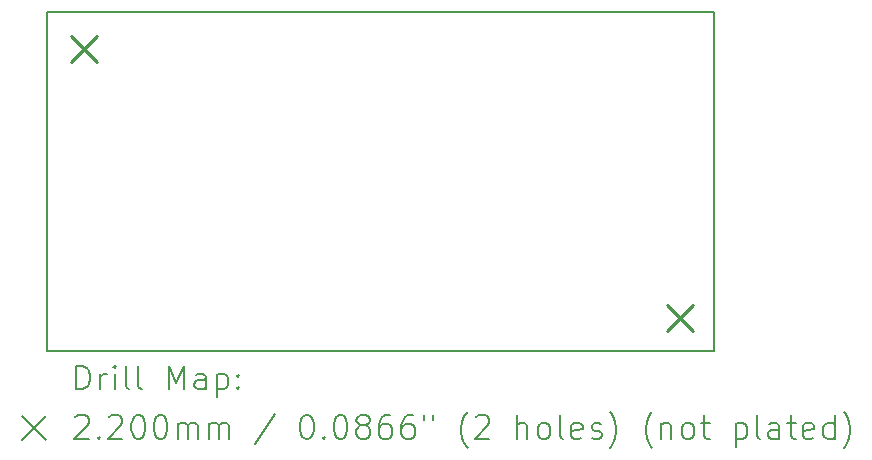
<source format=gbr>
%TF.GenerationSoftware,KiCad,Pcbnew,9.0.4*%
%TF.CreationDate,2025-11-17T08:26:22+00:00*%
%TF.ProjectId,MRF-Pro-v7.5,4d52462d-5072-46f2-9d76-372e352e6b69,rev?*%
%TF.SameCoordinates,Original*%
%TF.FileFunction,Drillmap*%
%TF.FilePolarity,Positive*%
%FSLAX45Y45*%
G04 Gerber Fmt 4.5, Leading zero omitted, Abs format (unit mm)*
G04 Created by KiCad (PCBNEW 9.0.4) date 2025-11-17 08:26:22*
%MOMM*%
%LPD*%
G01*
G04 APERTURE LIST*
%ADD10C,0.200000*%
%ADD11C,0.220000*%
G04 APERTURE END LIST*
D10*
X10566400Y-9626600D02*
X16212820Y-9626600D01*
X16212820Y-12499340D01*
X10566400Y-12499340D01*
X10566400Y-9626600D01*
D11*
X10768820Y-9826480D02*
X10988820Y-10046480D01*
X10988820Y-9826480D02*
X10768820Y-10046480D01*
X15815800Y-12109940D02*
X16035800Y-12329940D01*
X16035800Y-12109940D02*
X15815800Y-12329940D01*
D10*
X10817177Y-12820824D02*
X10817177Y-12620824D01*
X10817177Y-12620824D02*
X10864796Y-12620824D01*
X10864796Y-12620824D02*
X10893367Y-12630348D01*
X10893367Y-12630348D02*
X10912415Y-12649395D01*
X10912415Y-12649395D02*
X10921939Y-12668443D01*
X10921939Y-12668443D02*
X10931463Y-12706538D01*
X10931463Y-12706538D02*
X10931463Y-12735109D01*
X10931463Y-12735109D02*
X10921939Y-12773205D01*
X10921939Y-12773205D02*
X10912415Y-12792252D01*
X10912415Y-12792252D02*
X10893367Y-12811300D01*
X10893367Y-12811300D02*
X10864796Y-12820824D01*
X10864796Y-12820824D02*
X10817177Y-12820824D01*
X11017177Y-12820824D02*
X11017177Y-12687490D01*
X11017177Y-12725586D02*
X11026701Y-12706538D01*
X11026701Y-12706538D02*
X11036224Y-12697014D01*
X11036224Y-12697014D02*
X11055272Y-12687490D01*
X11055272Y-12687490D02*
X11074320Y-12687490D01*
X11140986Y-12820824D02*
X11140986Y-12687490D01*
X11140986Y-12620824D02*
X11131463Y-12630348D01*
X11131463Y-12630348D02*
X11140986Y-12639871D01*
X11140986Y-12639871D02*
X11150510Y-12630348D01*
X11150510Y-12630348D02*
X11140986Y-12620824D01*
X11140986Y-12620824D02*
X11140986Y-12639871D01*
X11264796Y-12820824D02*
X11245748Y-12811300D01*
X11245748Y-12811300D02*
X11236224Y-12792252D01*
X11236224Y-12792252D02*
X11236224Y-12620824D01*
X11369558Y-12820824D02*
X11350510Y-12811300D01*
X11350510Y-12811300D02*
X11340986Y-12792252D01*
X11340986Y-12792252D02*
X11340986Y-12620824D01*
X11598129Y-12820824D02*
X11598129Y-12620824D01*
X11598129Y-12620824D02*
X11664796Y-12763681D01*
X11664796Y-12763681D02*
X11731462Y-12620824D01*
X11731462Y-12620824D02*
X11731462Y-12820824D01*
X11912415Y-12820824D02*
X11912415Y-12716062D01*
X11912415Y-12716062D02*
X11902891Y-12697014D01*
X11902891Y-12697014D02*
X11883843Y-12687490D01*
X11883843Y-12687490D02*
X11845748Y-12687490D01*
X11845748Y-12687490D02*
X11826701Y-12697014D01*
X11912415Y-12811300D02*
X11893367Y-12820824D01*
X11893367Y-12820824D02*
X11845748Y-12820824D01*
X11845748Y-12820824D02*
X11826701Y-12811300D01*
X11826701Y-12811300D02*
X11817177Y-12792252D01*
X11817177Y-12792252D02*
X11817177Y-12773205D01*
X11817177Y-12773205D02*
X11826701Y-12754157D01*
X11826701Y-12754157D02*
X11845748Y-12744633D01*
X11845748Y-12744633D02*
X11893367Y-12744633D01*
X11893367Y-12744633D02*
X11912415Y-12735109D01*
X12007653Y-12687490D02*
X12007653Y-12887490D01*
X12007653Y-12697014D02*
X12026701Y-12687490D01*
X12026701Y-12687490D02*
X12064796Y-12687490D01*
X12064796Y-12687490D02*
X12083843Y-12697014D01*
X12083843Y-12697014D02*
X12093367Y-12706538D01*
X12093367Y-12706538D02*
X12102891Y-12725586D01*
X12102891Y-12725586D02*
X12102891Y-12782728D01*
X12102891Y-12782728D02*
X12093367Y-12801776D01*
X12093367Y-12801776D02*
X12083843Y-12811300D01*
X12083843Y-12811300D02*
X12064796Y-12820824D01*
X12064796Y-12820824D02*
X12026701Y-12820824D01*
X12026701Y-12820824D02*
X12007653Y-12811300D01*
X12188605Y-12801776D02*
X12198129Y-12811300D01*
X12198129Y-12811300D02*
X12188605Y-12820824D01*
X12188605Y-12820824D02*
X12179082Y-12811300D01*
X12179082Y-12811300D02*
X12188605Y-12801776D01*
X12188605Y-12801776D02*
X12188605Y-12820824D01*
X12188605Y-12697014D02*
X12198129Y-12706538D01*
X12198129Y-12706538D02*
X12188605Y-12716062D01*
X12188605Y-12716062D02*
X12179082Y-12706538D01*
X12179082Y-12706538D02*
X12188605Y-12697014D01*
X12188605Y-12697014D02*
X12188605Y-12716062D01*
X10356400Y-13049340D02*
X10556400Y-13249340D01*
X10556400Y-13049340D02*
X10356400Y-13249340D01*
X10807653Y-13059871D02*
X10817177Y-13050348D01*
X10817177Y-13050348D02*
X10836224Y-13040824D01*
X10836224Y-13040824D02*
X10883844Y-13040824D01*
X10883844Y-13040824D02*
X10902891Y-13050348D01*
X10902891Y-13050348D02*
X10912415Y-13059871D01*
X10912415Y-13059871D02*
X10921939Y-13078919D01*
X10921939Y-13078919D02*
X10921939Y-13097967D01*
X10921939Y-13097967D02*
X10912415Y-13126538D01*
X10912415Y-13126538D02*
X10798129Y-13240824D01*
X10798129Y-13240824D02*
X10921939Y-13240824D01*
X11007653Y-13221776D02*
X11017177Y-13231300D01*
X11017177Y-13231300D02*
X11007653Y-13240824D01*
X11007653Y-13240824D02*
X10998129Y-13231300D01*
X10998129Y-13231300D02*
X11007653Y-13221776D01*
X11007653Y-13221776D02*
X11007653Y-13240824D01*
X11093367Y-13059871D02*
X11102891Y-13050348D01*
X11102891Y-13050348D02*
X11121939Y-13040824D01*
X11121939Y-13040824D02*
X11169558Y-13040824D01*
X11169558Y-13040824D02*
X11188605Y-13050348D01*
X11188605Y-13050348D02*
X11198129Y-13059871D01*
X11198129Y-13059871D02*
X11207653Y-13078919D01*
X11207653Y-13078919D02*
X11207653Y-13097967D01*
X11207653Y-13097967D02*
X11198129Y-13126538D01*
X11198129Y-13126538D02*
X11083844Y-13240824D01*
X11083844Y-13240824D02*
X11207653Y-13240824D01*
X11331462Y-13040824D02*
X11350510Y-13040824D01*
X11350510Y-13040824D02*
X11369558Y-13050348D01*
X11369558Y-13050348D02*
X11379082Y-13059871D01*
X11379082Y-13059871D02*
X11388605Y-13078919D01*
X11388605Y-13078919D02*
X11398129Y-13117014D01*
X11398129Y-13117014D02*
X11398129Y-13164633D01*
X11398129Y-13164633D02*
X11388605Y-13202728D01*
X11388605Y-13202728D02*
X11379082Y-13221776D01*
X11379082Y-13221776D02*
X11369558Y-13231300D01*
X11369558Y-13231300D02*
X11350510Y-13240824D01*
X11350510Y-13240824D02*
X11331462Y-13240824D01*
X11331462Y-13240824D02*
X11312415Y-13231300D01*
X11312415Y-13231300D02*
X11302891Y-13221776D01*
X11302891Y-13221776D02*
X11293367Y-13202728D01*
X11293367Y-13202728D02*
X11283843Y-13164633D01*
X11283843Y-13164633D02*
X11283843Y-13117014D01*
X11283843Y-13117014D02*
X11293367Y-13078919D01*
X11293367Y-13078919D02*
X11302891Y-13059871D01*
X11302891Y-13059871D02*
X11312415Y-13050348D01*
X11312415Y-13050348D02*
X11331462Y-13040824D01*
X11521939Y-13040824D02*
X11540986Y-13040824D01*
X11540986Y-13040824D02*
X11560034Y-13050348D01*
X11560034Y-13050348D02*
X11569558Y-13059871D01*
X11569558Y-13059871D02*
X11579082Y-13078919D01*
X11579082Y-13078919D02*
X11588605Y-13117014D01*
X11588605Y-13117014D02*
X11588605Y-13164633D01*
X11588605Y-13164633D02*
X11579082Y-13202728D01*
X11579082Y-13202728D02*
X11569558Y-13221776D01*
X11569558Y-13221776D02*
X11560034Y-13231300D01*
X11560034Y-13231300D02*
X11540986Y-13240824D01*
X11540986Y-13240824D02*
X11521939Y-13240824D01*
X11521939Y-13240824D02*
X11502891Y-13231300D01*
X11502891Y-13231300D02*
X11493367Y-13221776D01*
X11493367Y-13221776D02*
X11483843Y-13202728D01*
X11483843Y-13202728D02*
X11474320Y-13164633D01*
X11474320Y-13164633D02*
X11474320Y-13117014D01*
X11474320Y-13117014D02*
X11483843Y-13078919D01*
X11483843Y-13078919D02*
X11493367Y-13059871D01*
X11493367Y-13059871D02*
X11502891Y-13050348D01*
X11502891Y-13050348D02*
X11521939Y-13040824D01*
X11674320Y-13240824D02*
X11674320Y-13107490D01*
X11674320Y-13126538D02*
X11683843Y-13117014D01*
X11683843Y-13117014D02*
X11702891Y-13107490D01*
X11702891Y-13107490D02*
X11731463Y-13107490D01*
X11731463Y-13107490D02*
X11750510Y-13117014D01*
X11750510Y-13117014D02*
X11760034Y-13136062D01*
X11760034Y-13136062D02*
X11760034Y-13240824D01*
X11760034Y-13136062D02*
X11769558Y-13117014D01*
X11769558Y-13117014D02*
X11788605Y-13107490D01*
X11788605Y-13107490D02*
X11817177Y-13107490D01*
X11817177Y-13107490D02*
X11836224Y-13117014D01*
X11836224Y-13117014D02*
X11845748Y-13136062D01*
X11845748Y-13136062D02*
X11845748Y-13240824D01*
X11940986Y-13240824D02*
X11940986Y-13107490D01*
X11940986Y-13126538D02*
X11950510Y-13117014D01*
X11950510Y-13117014D02*
X11969558Y-13107490D01*
X11969558Y-13107490D02*
X11998129Y-13107490D01*
X11998129Y-13107490D02*
X12017177Y-13117014D01*
X12017177Y-13117014D02*
X12026701Y-13136062D01*
X12026701Y-13136062D02*
X12026701Y-13240824D01*
X12026701Y-13136062D02*
X12036224Y-13117014D01*
X12036224Y-13117014D02*
X12055272Y-13107490D01*
X12055272Y-13107490D02*
X12083843Y-13107490D01*
X12083843Y-13107490D02*
X12102891Y-13117014D01*
X12102891Y-13117014D02*
X12112415Y-13136062D01*
X12112415Y-13136062D02*
X12112415Y-13240824D01*
X12502891Y-13031300D02*
X12331463Y-13288443D01*
X12760034Y-13040824D02*
X12779082Y-13040824D01*
X12779082Y-13040824D02*
X12798129Y-13050348D01*
X12798129Y-13050348D02*
X12807653Y-13059871D01*
X12807653Y-13059871D02*
X12817177Y-13078919D01*
X12817177Y-13078919D02*
X12826701Y-13117014D01*
X12826701Y-13117014D02*
X12826701Y-13164633D01*
X12826701Y-13164633D02*
X12817177Y-13202728D01*
X12817177Y-13202728D02*
X12807653Y-13221776D01*
X12807653Y-13221776D02*
X12798129Y-13231300D01*
X12798129Y-13231300D02*
X12779082Y-13240824D01*
X12779082Y-13240824D02*
X12760034Y-13240824D01*
X12760034Y-13240824D02*
X12740986Y-13231300D01*
X12740986Y-13231300D02*
X12731463Y-13221776D01*
X12731463Y-13221776D02*
X12721939Y-13202728D01*
X12721939Y-13202728D02*
X12712415Y-13164633D01*
X12712415Y-13164633D02*
X12712415Y-13117014D01*
X12712415Y-13117014D02*
X12721939Y-13078919D01*
X12721939Y-13078919D02*
X12731463Y-13059871D01*
X12731463Y-13059871D02*
X12740986Y-13050348D01*
X12740986Y-13050348D02*
X12760034Y-13040824D01*
X12912415Y-13221776D02*
X12921939Y-13231300D01*
X12921939Y-13231300D02*
X12912415Y-13240824D01*
X12912415Y-13240824D02*
X12902891Y-13231300D01*
X12902891Y-13231300D02*
X12912415Y-13221776D01*
X12912415Y-13221776D02*
X12912415Y-13240824D01*
X13045748Y-13040824D02*
X13064796Y-13040824D01*
X13064796Y-13040824D02*
X13083844Y-13050348D01*
X13083844Y-13050348D02*
X13093367Y-13059871D01*
X13093367Y-13059871D02*
X13102891Y-13078919D01*
X13102891Y-13078919D02*
X13112415Y-13117014D01*
X13112415Y-13117014D02*
X13112415Y-13164633D01*
X13112415Y-13164633D02*
X13102891Y-13202728D01*
X13102891Y-13202728D02*
X13093367Y-13221776D01*
X13093367Y-13221776D02*
X13083844Y-13231300D01*
X13083844Y-13231300D02*
X13064796Y-13240824D01*
X13064796Y-13240824D02*
X13045748Y-13240824D01*
X13045748Y-13240824D02*
X13026701Y-13231300D01*
X13026701Y-13231300D02*
X13017177Y-13221776D01*
X13017177Y-13221776D02*
X13007653Y-13202728D01*
X13007653Y-13202728D02*
X12998129Y-13164633D01*
X12998129Y-13164633D02*
X12998129Y-13117014D01*
X12998129Y-13117014D02*
X13007653Y-13078919D01*
X13007653Y-13078919D02*
X13017177Y-13059871D01*
X13017177Y-13059871D02*
X13026701Y-13050348D01*
X13026701Y-13050348D02*
X13045748Y-13040824D01*
X13226701Y-13126538D02*
X13207653Y-13117014D01*
X13207653Y-13117014D02*
X13198129Y-13107490D01*
X13198129Y-13107490D02*
X13188606Y-13088443D01*
X13188606Y-13088443D02*
X13188606Y-13078919D01*
X13188606Y-13078919D02*
X13198129Y-13059871D01*
X13198129Y-13059871D02*
X13207653Y-13050348D01*
X13207653Y-13050348D02*
X13226701Y-13040824D01*
X13226701Y-13040824D02*
X13264796Y-13040824D01*
X13264796Y-13040824D02*
X13283844Y-13050348D01*
X13283844Y-13050348D02*
X13293367Y-13059871D01*
X13293367Y-13059871D02*
X13302891Y-13078919D01*
X13302891Y-13078919D02*
X13302891Y-13088443D01*
X13302891Y-13088443D02*
X13293367Y-13107490D01*
X13293367Y-13107490D02*
X13283844Y-13117014D01*
X13283844Y-13117014D02*
X13264796Y-13126538D01*
X13264796Y-13126538D02*
X13226701Y-13126538D01*
X13226701Y-13126538D02*
X13207653Y-13136062D01*
X13207653Y-13136062D02*
X13198129Y-13145586D01*
X13198129Y-13145586D02*
X13188606Y-13164633D01*
X13188606Y-13164633D02*
X13188606Y-13202728D01*
X13188606Y-13202728D02*
X13198129Y-13221776D01*
X13198129Y-13221776D02*
X13207653Y-13231300D01*
X13207653Y-13231300D02*
X13226701Y-13240824D01*
X13226701Y-13240824D02*
X13264796Y-13240824D01*
X13264796Y-13240824D02*
X13283844Y-13231300D01*
X13283844Y-13231300D02*
X13293367Y-13221776D01*
X13293367Y-13221776D02*
X13302891Y-13202728D01*
X13302891Y-13202728D02*
X13302891Y-13164633D01*
X13302891Y-13164633D02*
X13293367Y-13145586D01*
X13293367Y-13145586D02*
X13283844Y-13136062D01*
X13283844Y-13136062D02*
X13264796Y-13126538D01*
X13474320Y-13040824D02*
X13436225Y-13040824D01*
X13436225Y-13040824D02*
X13417177Y-13050348D01*
X13417177Y-13050348D02*
X13407653Y-13059871D01*
X13407653Y-13059871D02*
X13388606Y-13088443D01*
X13388606Y-13088443D02*
X13379082Y-13126538D01*
X13379082Y-13126538D02*
X13379082Y-13202728D01*
X13379082Y-13202728D02*
X13388606Y-13221776D01*
X13388606Y-13221776D02*
X13398129Y-13231300D01*
X13398129Y-13231300D02*
X13417177Y-13240824D01*
X13417177Y-13240824D02*
X13455272Y-13240824D01*
X13455272Y-13240824D02*
X13474320Y-13231300D01*
X13474320Y-13231300D02*
X13483844Y-13221776D01*
X13483844Y-13221776D02*
X13493367Y-13202728D01*
X13493367Y-13202728D02*
X13493367Y-13155109D01*
X13493367Y-13155109D02*
X13483844Y-13136062D01*
X13483844Y-13136062D02*
X13474320Y-13126538D01*
X13474320Y-13126538D02*
X13455272Y-13117014D01*
X13455272Y-13117014D02*
X13417177Y-13117014D01*
X13417177Y-13117014D02*
X13398129Y-13126538D01*
X13398129Y-13126538D02*
X13388606Y-13136062D01*
X13388606Y-13136062D02*
X13379082Y-13155109D01*
X13664796Y-13040824D02*
X13626701Y-13040824D01*
X13626701Y-13040824D02*
X13607653Y-13050348D01*
X13607653Y-13050348D02*
X13598129Y-13059871D01*
X13598129Y-13059871D02*
X13579082Y-13088443D01*
X13579082Y-13088443D02*
X13569558Y-13126538D01*
X13569558Y-13126538D02*
X13569558Y-13202728D01*
X13569558Y-13202728D02*
X13579082Y-13221776D01*
X13579082Y-13221776D02*
X13588606Y-13231300D01*
X13588606Y-13231300D02*
X13607653Y-13240824D01*
X13607653Y-13240824D02*
X13645748Y-13240824D01*
X13645748Y-13240824D02*
X13664796Y-13231300D01*
X13664796Y-13231300D02*
X13674320Y-13221776D01*
X13674320Y-13221776D02*
X13683844Y-13202728D01*
X13683844Y-13202728D02*
X13683844Y-13155109D01*
X13683844Y-13155109D02*
X13674320Y-13136062D01*
X13674320Y-13136062D02*
X13664796Y-13126538D01*
X13664796Y-13126538D02*
X13645748Y-13117014D01*
X13645748Y-13117014D02*
X13607653Y-13117014D01*
X13607653Y-13117014D02*
X13588606Y-13126538D01*
X13588606Y-13126538D02*
X13579082Y-13136062D01*
X13579082Y-13136062D02*
X13569558Y-13155109D01*
X13760034Y-13040824D02*
X13760034Y-13078919D01*
X13836225Y-13040824D02*
X13836225Y-13078919D01*
X14131463Y-13317014D02*
X14121939Y-13307490D01*
X14121939Y-13307490D02*
X14102891Y-13278919D01*
X14102891Y-13278919D02*
X14093368Y-13259871D01*
X14093368Y-13259871D02*
X14083844Y-13231300D01*
X14083844Y-13231300D02*
X14074320Y-13183681D01*
X14074320Y-13183681D02*
X14074320Y-13145586D01*
X14074320Y-13145586D02*
X14083844Y-13097967D01*
X14083844Y-13097967D02*
X14093368Y-13069395D01*
X14093368Y-13069395D02*
X14102891Y-13050348D01*
X14102891Y-13050348D02*
X14121939Y-13021776D01*
X14121939Y-13021776D02*
X14131463Y-13012252D01*
X14198129Y-13059871D02*
X14207653Y-13050348D01*
X14207653Y-13050348D02*
X14226701Y-13040824D01*
X14226701Y-13040824D02*
X14274320Y-13040824D01*
X14274320Y-13040824D02*
X14293368Y-13050348D01*
X14293368Y-13050348D02*
X14302891Y-13059871D01*
X14302891Y-13059871D02*
X14312415Y-13078919D01*
X14312415Y-13078919D02*
X14312415Y-13097967D01*
X14312415Y-13097967D02*
X14302891Y-13126538D01*
X14302891Y-13126538D02*
X14188606Y-13240824D01*
X14188606Y-13240824D02*
X14312415Y-13240824D01*
X14550510Y-13240824D02*
X14550510Y-13040824D01*
X14636225Y-13240824D02*
X14636225Y-13136062D01*
X14636225Y-13136062D02*
X14626701Y-13117014D01*
X14626701Y-13117014D02*
X14607653Y-13107490D01*
X14607653Y-13107490D02*
X14579082Y-13107490D01*
X14579082Y-13107490D02*
X14560034Y-13117014D01*
X14560034Y-13117014D02*
X14550510Y-13126538D01*
X14760034Y-13240824D02*
X14740987Y-13231300D01*
X14740987Y-13231300D02*
X14731463Y-13221776D01*
X14731463Y-13221776D02*
X14721939Y-13202728D01*
X14721939Y-13202728D02*
X14721939Y-13145586D01*
X14721939Y-13145586D02*
X14731463Y-13126538D01*
X14731463Y-13126538D02*
X14740987Y-13117014D01*
X14740987Y-13117014D02*
X14760034Y-13107490D01*
X14760034Y-13107490D02*
X14788606Y-13107490D01*
X14788606Y-13107490D02*
X14807653Y-13117014D01*
X14807653Y-13117014D02*
X14817177Y-13126538D01*
X14817177Y-13126538D02*
X14826701Y-13145586D01*
X14826701Y-13145586D02*
X14826701Y-13202728D01*
X14826701Y-13202728D02*
X14817177Y-13221776D01*
X14817177Y-13221776D02*
X14807653Y-13231300D01*
X14807653Y-13231300D02*
X14788606Y-13240824D01*
X14788606Y-13240824D02*
X14760034Y-13240824D01*
X14940987Y-13240824D02*
X14921939Y-13231300D01*
X14921939Y-13231300D02*
X14912415Y-13212252D01*
X14912415Y-13212252D02*
X14912415Y-13040824D01*
X15093368Y-13231300D02*
X15074320Y-13240824D01*
X15074320Y-13240824D02*
X15036225Y-13240824D01*
X15036225Y-13240824D02*
X15017177Y-13231300D01*
X15017177Y-13231300D02*
X15007653Y-13212252D01*
X15007653Y-13212252D02*
X15007653Y-13136062D01*
X15007653Y-13136062D02*
X15017177Y-13117014D01*
X15017177Y-13117014D02*
X15036225Y-13107490D01*
X15036225Y-13107490D02*
X15074320Y-13107490D01*
X15074320Y-13107490D02*
X15093368Y-13117014D01*
X15093368Y-13117014D02*
X15102891Y-13136062D01*
X15102891Y-13136062D02*
X15102891Y-13155109D01*
X15102891Y-13155109D02*
X15007653Y-13174157D01*
X15179082Y-13231300D02*
X15198130Y-13240824D01*
X15198130Y-13240824D02*
X15236225Y-13240824D01*
X15236225Y-13240824D02*
X15255272Y-13231300D01*
X15255272Y-13231300D02*
X15264796Y-13212252D01*
X15264796Y-13212252D02*
X15264796Y-13202728D01*
X15264796Y-13202728D02*
X15255272Y-13183681D01*
X15255272Y-13183681D02*
X15236225Y-13174157D01*
X15236225Y-13174157D02*
X15207653Y-13174157D01*
X15207653Y-13174157D02*
X15188606Y-13164633D01*
X15188606Y-13164633D02*
X15179082Y-13145586D01*
X15179082Y-13145586D02*
X15179082Y-13136062D01*
X15179082Y-13136062D02*
X15188606Y-13117014D01*
X15188606Y-13117014D02*
X15207653Y-13107490D01*
X15207653Y-13107490D02*
X15236225Y-13107490D01*
X15236225Y-13107490D02*
X15255272Y-13117014D01*
X15331463Y-13317014D02*
X15340987Y-13307490D01*
X15340987Y-13307490D02*
X15360034Y-13278919D01*
X15360034Y-13278919D02*
X15369558Y-13259871D01*
X15369558Y-13259871D02*
X15379082Y-13231300D01*
X15379082Y-13231300D02*
X15388606Y-13183681D01*
X15388606Y-13183681D02*
X15388606Y-13145586D01*
X15388606Y-13145586D02*
X15379082Y-13097967D01*
X15379082Y-13097967D02*
X15369558Y-13069395D01*
X15369558Y-13069395D02*
X15360034Y-13050348D01*
X15360034Y-13050348D02*
X15340987Y-13021776D01*
X15340987Y-13021776D02*
X15331463Y-13012252D01*
X15693368Y-13317014D02*
X15683844Y-13307490D01*
X15683844Y-13307490D02*
X15664796Y-13278919D01*
X15664796Y-13278919D02*
X15655272Y-13259871D01*
X15655272Y-13259871D02*
X15645749Y-13231300D01*
X15645749Y-13231300D02*
X15636225Y-13183681D01*
X15636225Y-13183681D02*
X15636225Y-13145586D01*
X15636225Y-13145586D02*
X15645749Y-13097967D01*
X15645749Y-13097967D02*
X15655272Y-13069395D01*
X15655272Y-13069395D02*
X15664796Y-13050348D01*
X15664796Y-13050348D02*
X15683844Y-13021776D01*
X15683844Y-13021776D02*
X15693368Y-13012252D01*
X15769558Y-13107490D02*
X15769558Y-13240824D01*
X15769558Y-13126538D02*
X15779082Y-13117014D01*
X15779082Y-13117014D02*
X15798130Y-13107490D01*
X15798130Y-13107490D02*
X15826701Y-13107490D01*
X15826701Y-13107490D02*
X15845749Y-13117014D01*
X15845749Y-13117014D02*
X15855272Y-13136062D01*
X15855272Y-13136062D02*
X15855272Y-13240824D01*
X15979082Y-13240824D02*
X15960034Y-13231300D01*
X15960034Y-13231300D02*
X15950511Y-13221776D01*
X15950511Y-13221776D02*
X15940987Y-13202728D01*
X15940987Y-13202728D02*
X15940987Y-13145586D01*
X15940987Y-13145586D02*
X15950511Y-13126538D01*
X15950511Y-13126538D02*
X15960034Y-13117014D01*
X15960034Y-13117014D02*
X15979082Y-13107490D01*
X15979082Y-13107490D02*
X16007653Y-13107490D01*
X16007653Y-13107490D02*
X16026701Y-13117014D01*
X16026701Y-13117014D02*
X16036225Y-13126538D01*
X16036225Y-13126538D02*
X16045749Y-13145586D01*
X16045749Y-13145586D02*
X16045749Y-13202728D01*
X16045749Y-13202728D02*
X16036225Y-13221776D01*
X16036225Y-13221776D02*
X16026701Y-13231300D01*
X16026701Y-13231300D02*
X16007653Y-13240824D01*
X16007653Y-13240824D02*
X15979082Y-13240824D01*
X16102892Y-13107490D02*
X16179082Y-13107490D01*
X16131463Y-13040824D02*
X16131463Y-13212252D01*
X16131463Y-13212252D02*
X16140987Y-13231300D01*
X16140987Y-13231300D02*
X16160034Y-13240824D01*
X16160034Y-13240824D02*
X16179082Y-13240824D01*
X16398130Y-13107490D02*
X16398130Y-13307490D01*
X16398130Y-13117014D02*
X16417177Y-13107490D01*
X16417177Y-13107490D02*
X16455273Y-13107490D01*
X16455273Y-13107490D02*
X16474320Y-13117014D01*
X16474320Y-13117014D02*
X16483844Y-13126538D01*
X16483844Y-13126538D02*
X16493368Y-13145586D01*
X16493368Y-13145586D02*
X16493368Y-13202728D01*
X16493368Y-13202728D02*
X16483844Y-13221776D01*
X16483844Y-13221776D02*
X16474320Y-13231300D01*
X16474320Y-13231300D02*
X16455273Y-13240824D01*
X16455273Y-13240824D02*
X16417177Y-13240824D01*
X16417177Y-13240824D02*
X16398130Y-13231300D01*
X16607653Y-13240824D02*
X16588606Y-13231300D01*
X16588606Y-13231300D02*
X16579082Y-13212252D01*
X16579082Y-13212252D02*
X16579082Y-13040824D01*
X16769558Y-13240824D02*
X16769558Y-13136062D01*
X16769558Y-13136062D02*
X16760034Y-13117014D01*
X16760034Y-13117014D02*
X16740987Y-13107490D01*
X16740987Y-13107490D02*
X16702892Y-13107490D01*
X16702892Y-13107490D02*
X16683844Y-13117014D01*
X16769558Y-13231300D02*
X16750511Y-13240824D01*
X16750511Y-13240824D02*
X16702892Y-13240824D01*
X16702892Y-13240824D02*
X16683844Y-13231300D01*
X16683844Y-13231300D02*
X16674320Y-13212252D01*
X16674320Y-13212252D02*
X16674320Y-13193205D01*
X16674320Y-13193205D02*
X16683844Y-13174157D01*
X16683844Y-13174157D02*
X16702892Y-13164633D01*
X16702892Y-13164633D02*
X16750511Y-13164633D01*
X16750511Y-13164633D02*
X16769558Y-13155109D01*
X16836225Y-13107490D02*
X16912415Y-13107490D01*
X16864796Y-13040824D02*
X16864796Y-13212252D01*
X16864796Y-13212252D02*
X16874320Y-13231300D01*
X16874320Y-13231300D02*
X16893368Y-13240824D01*
X16893368Y-13240824D02*
X16912415Y-13240824D01*
X17055273Y-13231300D02*
X17036225Y-13240824D01*
X17036225Y-13240824D02*
X16998130Y-13240824D01*
X16998130Y-13240824D02*
X16979082Y-13231300D01*
X16979082Y-13231300D02*
X16969558Y-13212252D01*
X16969558Y-13212252D02*
X16969558Y-13136062D01*
X16969558Y-13136062D02*
X16979082Y-13117014D01*
X16979082Y-13117014D02*
X16998130Y-13107490D01*
X16998130Y-13107490D02*
X17036225Y-13107490D01*
X17036225Y-13107490D02*
X17055273Y-13117014D01*
X17055273Y-13117014D02*
X17064796Y-13136062D01*
X17064796Y-13136062D02*
X17064796Y-13155109D01*
X17064796Y-13155109D02*
X16969558Y-13174157D01*
X17236225Y-13240824D02*
X17236225Y-13040824D01*
X17236225Y-13231300D02*
X17217177Y-13240824D01*
X17217177Y-13240824D02*
X17179082Y-13240824D01*
X17179082Y-13240824D02*
X17160035Y-13231300D01*
X17160035Y-13231300D02*
X17150511Y-13221776D01*
X17150511Y-13221776D02*
X17140987Y-13202728D01*
X17140987Y-13202728D02*
X17140987Y-13145586D01*
X17140987Y-13145586D02*
X17150511Y-13126538D01*
X17150511Y-13126538D02*
X17160035Y-13117014D01*
X17160035Y-13117014D02*
X17179082Y-13107490D01*
X17179082Y-13107490D02*
X17217177Y-13107490D01*
X17217177Y-13107490D02*
X17236225Y-13117014D01*
X17312416Y-13317014D02*
X17321939Y-13307490D01*
X17321939Y-13307490D02*
X17340987Y-13278919D01*
X17340987Y-13278919D02*
X17350511Y-13259871D01*
X17350511Y-13259871D02*
X17360035Y-13231300D01*
X17360035Y-13231300D02*
X17369558Y-13183681D01*
X17369558Y-13183681D02*
X17369558Y-13145586D01*
X17369558Y-13145586D02*
X17360035Y-13097967D01*
X17360035Y-13097967D02*
X17350511Y-13069395D01*
X17350511Y-13069395D02*
X17340987Y-13050348D01*
X17340987Y-13050348D02*
X17321939Y-13021776D01*
X17321939Y-13021776D02*
X17312416Y-13012252D01*
M02*

</source>
